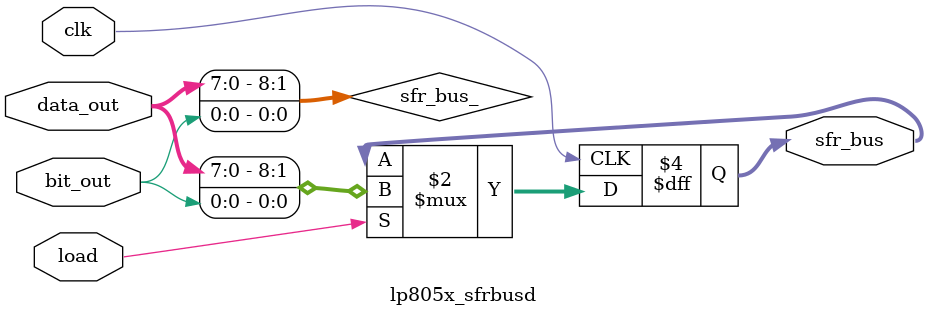
<source format=v>
`timescale 1ns / 1ps
module lp805x_sfrbuse(
	 input clk,
    input [7:0] wr_addr,
    input [7:0] rd_addr,
    input [7:0] data_in,
    input wr,
    input rd,
    input bit_in,
    input wr_bit,
    input rd_bit,
	 input load,
	 output [28:0] sfr_bus
    );
	 
	 wire [28:0] sfr_bus_;
	 reg [28:0] sfr_bus;
	
	assign 
		sfr_bus_ = { wr_addr, rd_addr, data_in, 
						wr, rd, bit_in, wr_bit, rd_bit };
						
	always @(posedge clk)
		if ( load)
			sfr_bus <= #1 sfr_bus_;
endmodule

module lp805x_sfrbusd(
	 input clk,
    input [7:0] data_out,
    input bit_out,
	 input load,
	 output [8:0] sfr_bus
    );
	 
	 wire [8:0] sfr_bus_;
	 reg [8:0] sfr_bus;
	
	assign 
		sfr_bus_ = { data_out, bit_out };
		
	always @(posedge clk)
		if ( load)
			sfr_bus <= #1 sfr_bus_;

endmodule

</source>
